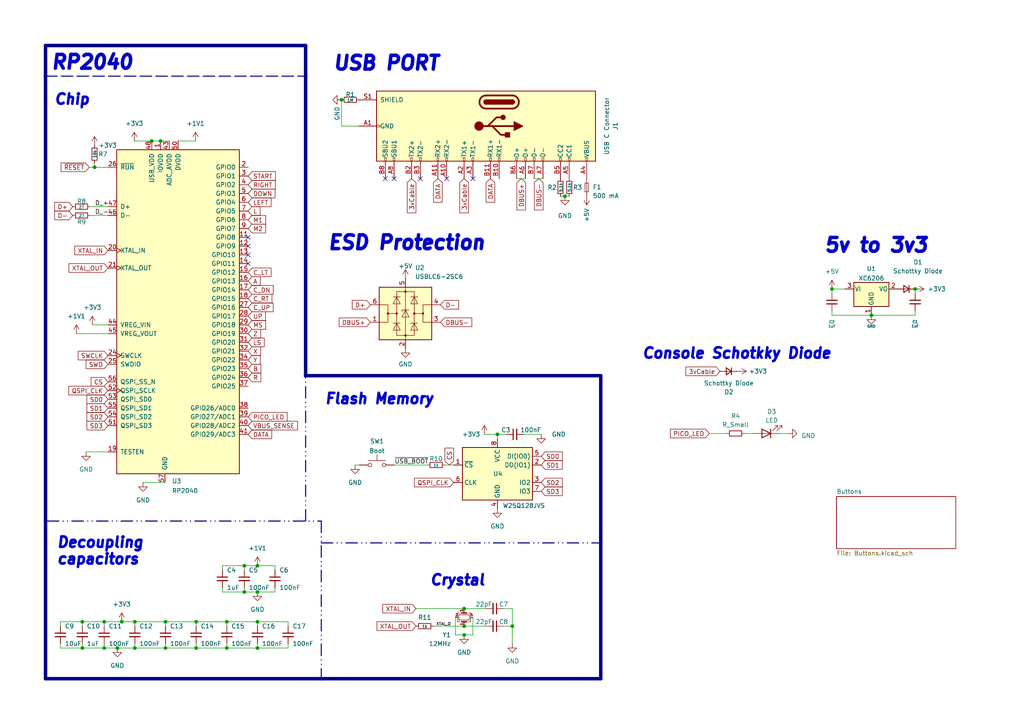
<source format=kicad_sch>
(kicad_sch (version 20230121) (generator eeschema)
  (paper "A4")
  (lib_symbols
    (symbol "Connector:USB_C_Receptacle" (pin_names (offset 1.016))
      (property "Reference" "J" (at -10.16 29.21 0))
      (property "Value" "USB_C_Receptacle" (at 10.16 29.21 0))
      (symbol "USB_C_Receptacle_0_0"
        (rectangle (start -0.254 -35.56) (end 0.254 -34.544))
        (rectangle (start 10.16 -32.766) (end 9.144 -33.274))
        (rectangle (start 10.16 -30.226) (end 9.144 -30.734))
        (rectangle (start 10.16 -25.146) (end 9.144 -25.654))
        (rectangle (start 10.16 -22.606) (end 9.144 -23.114))
        (rectangle (start 10.16 -17.526) (end 9.144 -18.034))
        (rectangle (start 10.16 -14.986) (end 9.144 -15.494))
        (rectangle (start 10.16 -9.906) (end 9.144 -10.414))
        (rectangle (start 10.16 -7.366) (end 9.144 -7.874))
        (rectangle (start 10.16 -2.286) (end 9.144 -2.794))
        (rectangle (start 10.16 0.254) (end 9.144 -0.254))
        (rectangle (start 10.16 5.334) (end 9.144 4.826))
        (rectangle (start 10.16 7.874) (end 9.144 7.366))
        (rectangle (start 10.16 10.414) (end 9.144 9.906))
        (rectangle (start 10.16 12.954) (end 9.144 12.446))
        (rectangle (start 10.16 18.034) (end 9.144 17.526))
        (rectangle (start 10.16 20.574) (end 9.144 20.066))
        (rectangle (start 10.16 25.654) (end 9.144 25.146))
      )
      (symbol "USB_C_Receptacle_0_1"
        (rectangle (start -10.16 27.94) (end 10.16 -35.56) (stroke (width 0.254)) (fill (type background)))
        (arc (start -8.89 -3.81) (mid -6.985 -5.7067) (end -5.08 -3.81) (stroke (width 0.508)))
        (arc (start -7.62 -3.81) (mid -6.985 -4.4423) (end -6.35 -3.81) (stroke (width 0.254)))
        (arc (start -7.62 -3.81) (mid -6.985 -4.4423) (end -6.35 -3.81) (stroke (width 0.254)) (fill (type outline)))
        (rectangle (start -7.62 -3.81) (end -6.35 3.81) (stroke (width 0.254)) (fill (type outline)))
        (arc (start -6.35 3.81) (mid -6.985 4.4423) (end -7.62 3.81) (stroke (width 0.254)))
        (arc (start -6.35 3.81) (mid -6.985 4.4423) (end -7.62 3.81) (stroke (width 0.254)) (fill (type outline)))
        (arc (start -5.08 3.81) (mid -6.985 5.7067) (end -8.89 3.81) (stroke (width 0.508)))
        (polyline (pts (xy -8.89 -3.81) (xy -8.89 3.81)) (stroke (width 0.508)))
        (polyline (pts (xy -5.08 3.81) (xy -5.08 -3.81)) (stroke (width 0.508)))
      )
      (symbol "USB_C_Receptacle_1_1"
        (circle (center -2.54 1.143) (radius 0.635) (stroke (width 0.254)) (fill (type outline)))
        (circle (center 0 -5.842) (radius 1.27) (fill (type outline)))
        (polyline (pts (xy 0 -5.842) (xy 0 4.318)) (stroke (width 0.508)))
        (polyline (pts (xy 0 -3.302) (xy -2.54 -0.762) (xy -2.54 0.508)) (stroke (width 0.508)))
        (polyline (pts (xy 0 -2.032) (xy 2.54 0.508) (xy 2.54 1.778)) (stroke (width 0.508)))
        (polyline (pts (xy -1.27 4.318) (xy 0 6.858) (xy 1.27 4.318) (xy -1.27 4.318)) (stroke (width 0.254)) (fill (type outline)))
        (rectangle (start 1.905 1.778) (end 3.175 3.048) (stroke (width 0.254)) (fill (type outline)))
        (pin passive line (at 0 -40.64 90) (length 5.08) (name "GND") (number "A1"))
        (pin bidirectional line (at 15.24 -15.24 180) (length 5.08) (name "RX2-") (number "A10"))
        (pin bidirectional line (at 15.24 -17.78 180) (length 5.08) (name "RX2+") (number "A11"))
        (pin passive line (at 0 -40.64 90) (length 5.08) hide (name "GND") (number "A12"))
        (pin bidirectional line (at 15.24 -10.16 180) (length 5.08) (name "TX1+") (number "A2"))
        (pin bidirectional line (at 15.24 -7.62 180) (length 5.08) (name "TX1-") (number "A3"))
        (pin passive line (at 15.24 25.4 180) (length 5.08) (name "VBUS") (number "A4"))
        (pin bidirectional line (at 15.24 20.32 180) (length 5.08) (name "CC1") (number "A5"))
        (pin bidirectional line (at 15.24 7.62 180) (length 5.08) (name "D+") (number "A6"))
        (pin bidirectional line (at 15.24 12.7 180) (length 5.08) (name "D-") (number "A7"))
        (pin bidirectional line (at 15.24 -30.48 180) (length 5.08) (name "SBU1") (number "A8"))
        (pin passive line (at 15.24 25.4 180) (length 5.08) hide (name "VBUS") (number "A9"))
        (pin passive line (at 0 -40.64 90) (length 5.08) hide (name "GND") (number "B1"))
        (pin bidirectional line (at 15.24 0 180) (length 5.08) (name "RX1-") (number "B10"))
        (pin bidirectional line (at 15.24 -2.54 180) (length 5.08) (name "RX1+") (number "B11"))
        (pin passive line (at 0 -40.64 90) (length 5.08) hide (name "GND") (number "B12"))
        (pin bidirectional line (at 15.24 -25.4 180) (length 5.08) (name "TX2+") (number "B2"))
        (pin bidirectional line (at 15.24 -22.86 180) (length 5.08) (name "TX2-") (number "B3"))
        (pin passive line (at 15.24 25.4 180) (length 5.08) hide (name "VBUS") (number "B4"))
        (pin bidirectional line (at 15.24 17.78 180) (length 5.08) (name "CC2") (number "B5"))
        (pin bidirectional line (at 15.24 5.08 180) (length 5.08) (name "D+") (number "B6"))
        (pin bidirectional line (at 15.24 10.16 180) (length 5.08) (name "D-") (number "B7"))
        (pin bidirectional line (at 15.24 -33.02 180) (length 5.08) (name "SBU2") (number "B8"))
        (pin passive line (at 15.24 25.4 180) (length 5.08) hide (name "VBUS") (number "B9"))
        (pin passive line (at -7.62 -40.64 90) (length 5.08) (name "SHIELD") (number "S1"))
      )
    )
    (symbol "Device:C_Small" (pin_numbers hide) (pin_names (offset 0.254) hide)
      (property "Reference" "C" (at 0.254 1.778 0))
      (property "Value" "C_Small" (at 0.254 -2.032 0))
      (symbol "C_Small_0_1"
        (polyline (pts (xy -1.524 -0.508) (xy 1.524 -0.508)) (stroke (width 0.3302)))
        (polyline (pts (xy -1.524 0.508) (xy 1.524 0.508)) (stroke (width 0.3048)))
      )
      (symbol "C_Small_1_1"
        (pin passive line (at 0 2.54 270) (length 2.032) (name "~") (number "1"))
        (pin passive line (at 0 -2.54 90) (length 2.032) (name "~") (number "2"))
      )
    )
    (symbol "Device:Crystal_GND24_Small" (pin_names (offset 1.016) hide)
      (property "Reference" "Y" (at 1.27 4.445 0))
      (property "Value" "Crystal_GND24_Small" (at 1.27 2.54 0))
      (symbol "Crystal_GND24_Small_0_1"
        (rectangle (start -0.762 -1.524) (end 0.762 1.524))
        (polyline (pts (xy -1.27 -0.762) (xy -1.27 0.762)) (stroke (width 0.381)))
        (polyline (pts (xy 1.27 -0.762) (xy 1.27 0.762)) (stroke (width 0.381)))
        (polyline (pts (xy -1.27 -1.27) (xy -1.27 -1.905) (xy 1.27 -1.905) (xy 1.27 -1.27)))
        (polyline (pts (xy -1.27 1.27) (xy -1.27 1.905) (xy 1.27 1.905) (xy 1.27 1.27)))
      )
      (symbol "Crystal_GND24_Small_1_1"
        (pin passive line (at -2.54 0 0) (length 1.27) (name "1") (number "1"))
        (pin passive line (at 0 -2.54 90) (length 0.635) (name "2") (number "2"))
        (pin passive line (at 2.54 0 180) (length 1.27) (name "3") (number "3"))
        (pin passive line (at 0 2.54 270) (length 0.635) (name "4") (number "4"))
      )
    )
    (symbol "Device:D_Small" (pin_numbers hide) (pin_names (offset 0.254) hide)
      (property "Reference" "D" (at -1.27 2.032 0))
      (property "Value" "D_Small" (at -3.81 -2.032 0))
      (symbol "D_Small_0_1"
        (polyline (pts (xy -0.762 -1.016) (xy -0.762 1.016)) (stroke (width 0.254)))
        (polyline (pts (xy -0.762 0) (xy 0.762 0)))
        (polyline (pts (xy 0.762 -1.016) (xy -0.762 0) (xy 0.762 1.016) (xy 0.762 -1.016)) (stroke (width 0.254)))
      )
      (symbol "D_Small_1_1"
        (pin passive line (at -2.54 0 0) (length 1.778) (name "K") (number "1"))
        (pin passive line (at 2.54 0 180) (length 1.778) (name "A") (number "2"))
      )
    )
    (symbol "Device:Fuse_Small" (pin_numbers hide) (pin_names (offset 0.254) hide)
      (property "Reference" "F" (at 0 -1.524 0))
      (property "Value" "Fuse_Small" (at 0 1.524 0))
      (symbol "Fuse_Small_0_1"
        (rectangle (start -1.27 0.508) (end 1.27 -0.508))
        (polyline (pts (xy -1.27 0) (xy 1.27 0)))
      )
      (symbol "Fuse_Small_1_1"
        (pin passive line (at -2.54 0 0) (length 1.27) (name "~") (number "1"))
        (pin passive line (at 2.54 0 180) (length 1.27) (name "~") (number "2"))
      )
    )
    (symbol "Device:LED" (pin_numbers hide) (pin_names (offset 1.016) hide)
      (property "Reference" "D" (at 0 2.54 0))
      (property "Value" "LED" (at 0 -2.54 0))
      (symbol "LED_0_1"
        (polyline (pts (xy -1.27 -1.27) (xy -1.27 1.27)) (stroke (width 0.254)))
        (polyline (pts (xy -1.27 0) (xy 1.27 0)))
        (polyline (pts (xy 1.27 -1.27) (xy 1.27 1.27) (xy -1.27 0) (xy 1.27 -1.27)) (stroke (width 0.254)))
        (polyline (pts (xy -3.048 -0.762) (xy -4.572 -2.286) (xy -3.81 -2.286) (xy -4.572 -2.286) (xy -4.572 -1.524)))
        (polyline (pts (xy -1.778 -0.762) (xy -3.302 -2.286) (xy -2.54 -2.286) (xy -3.302 -2.286) (xy -3.302 -1.524)))
      )
      (symbol "LED_1_1"
        (pin passive line (at -3.81 0 0) (length 2.54) (name "K") (number "1"))
        (pin passive line (at 3.81 0 180) (length 2.54) (name "A") (number "2"))
      )
    )
    (symbol "Device:R_Small" (pin_numbers hide) (pin_names (offset 0.254) hide)
      (property "Reference" "R" (at 0.762 0.508 0))
      (property "Value" "R_Small" (at 0.762 -1.016 0))
      (symbol "R_Small_0_1"
        (rectangle (start -0.762 1.778) (end 0.762 -1.778) (stroke (width 0.2032)))
      )
      (symbol "R_Small_1_1"
        (pin passive line (at 0 2.54 270) (length 0.762) (name "~") (number "1"))
        (pin passive line (at 0 -2.54 90) (length 0.762) (name "~") (number "2"))
      )
    )
    (symbol "Memory_Flash:W25Q128JVS"
      (property "Reference" "U" (at -8.89 8.89 0))
      (property "Value" "W25Q128JVS" (at 7.62 8.89 0))
      (symbol "W25Q128JVS_0_1"
        (rectangle (start -10.16 7.62) (end 10.16 -7.62) (stroke (width 0.254)) (fill (type background)))
      )
      (symbol "W25Q128JVS_1_1"
        (pin input line (at -12.7 2.54 0) (length 2.54) (name "~{CS}") (number "1"))
        (pin bidirectional line (at 12.7 2.54 180) (length 2.54) (name "DO(IO1)") (number "2"))
        (pin bidirectional line (at 12.7 -2.54 180) (length 2.54) (name "IO2") (number "3"))
        (pin power_in line (at 0 -10.16 90) (length 2.54) (name "GND") (number "4"))
        (pin bidirectional line (at 12.7 5.08 180) (length 2.54) (name "DI(IO0)") (number "5"))
        (pin input line (at -12.7 -2.54 0) (length 2.54) (name "CLK") (number "6"))
        (pin bidirectional line (at 12.7 -5.08 180) (length 2.54) (name "IO3") (number "7"))
        (pin power_in line (at 0 10.16 270) (length 2.54) (name "VCC") (number "8"))
      )
    )
    (symbol "Power_Protection:USBLC6-2SC6" (pin_names hide)
      (property "Reference" "U" (at 2.54 8.89 0))
      (property "Value" "USBLC6-2SC6" (at 2.54 -8.89 0))
      (symbol "USBLC6-2SC6_0_1"
        (rectangle (start -7.62 -7.62) (end 7.62 7.62) (stroke (width 0.254)) (fill (type background)))
        (circle (center -5.08 0) (radius 0.254) (fill (type outline)))
        (circle (center -2.54 0) (radius 0.254) (fill (type outline)))
        (rectangle (start -2.54 6.35) (end 2.54 -6.35))
        (circle (center 0 -6.35) (radius 0.254) (fill (type outline)))
        (polyline (pts (xy -5.08 -2.54) (xy -7.62 -2.54)))
        (polyline (pts (xy -5.08 0) (xy -5.08 -2.54)))
        (polyline (pts (xy -5.08 2.54) (xy -7.62 2.54)))
        (polyline (pts (xy -1.524 -2.794) (xy -3.556 -2.794)))
        (polyline (pts (xy -1.524 4.826) (xy -3.556 4.826)))
        (polyline (pts (xy 0 -7.62) (xy 0 -6.35)))
        (polyline (pts (xy 0 -6.35) (xy 0 1.27)))
        (polyline (pts (xy 0 1.27) (xy 0 6.35)))
        (polyline (pts (xy 0 6.35) (xy 0 7.62)))
        (polyline (pts (xy 1.524 -2.794) (xy 3.556 -2.794)))
        (polyline (pts (xy 1.524 4.826) (xy 3.556 4.826)))
        (polyline (pts (xy 5.08 -2.54) (xy 7.62 -2.54)))
        (polyline (pts (xy 5.08 0) (xy 5.08 -2.54)))
        (polyline (pts (xy 5.08 2.54) (xy 7.62 2.54)))
        (polyline (pts (xy -2.54 0) (xy -5.08 0) (xy -5.08 2.54)))
        (polyline (pts (xy 2.54 0) (xy 5.08 0) (xy 5.08 2.54)))
        (polyline (pts (xy -3.556 -4.826) (xy -1.524 -4.826) (xy -2.54 -2.794) (xy -3.556 -4.826)))
        (polyline (pts (xy -3.556 2.794) (xy -1.524 2.794) (xy -2.54 4.826) (xy -3.556 2.794)))
        (polyline (pts (xy -1.016 -1.016) (xy 1.016 -1.016) (xy 0 1.016) (xy -1.016 -1.016)))
        (polyline (pts (xy 1.016 1.016) (xy 0.762 1.016) (xy -1.016 1.016) (xy -1.016 0.508)))
        (polyline (pts (xy 3.556 -4.826) (xy 1.524 -4.826) (xy 2.54 -2.794) (xy 3.556 -4.826)))
        (polyline (pts (xy 3.556 2.794) (xy 1.524 2.794) (xy 2.54 4.826) (xy 3.556 2.794)))
        (circle (center 0 6.35) (radius 0.254) (fill (type outline)))
        (circle (center 2.54 0) (radius 0.254) (fill (type outline)))
        (circle (center 5.08 0) (radius 0.254) (fill (type outline)))
      )
      (symbol "USBLC6-2SC6_1_1"
        (pin passive line (at -10.16 -2.54 0) (length 2.54) (name "I/O1") (number "1"))
        (pin passive line (at 0 -10.16 90) (length 2.54) (name "GND") (number "2"))
        (pin passive line (at 10.16 -2.54 180) (length 2.54) (name "I/O2") (number "3"))
        (pin passive line (at 10.16 2.54 180) (length 2.54) (name "I/O2") (number "4"))
        (pin passive line (at 0 10.16 270) (length 2.54) (name "VBUS") (number "5"))
        (pin passive line (at -10.16 2.54 0) (length 2.54) (name "I/O1") (number "6"))
      )
    )
    (symbol "Regulator_Linear:XC6206PxxxMR" (pin_names (offset 0.254))
      (property "Reference" "U" (at -3.81 3.175 0))
      (property "Value" "XC6206PxxxMR" (at 0 3.175 0))
      (symbol "XC6206PxxxMR_0_1"
        (rectangle (start -5.08 1.905) (end 5.08 -5.08) (stroke (width 0.254)) (fill (type background)))
      )
      (symbol "XC6206PxxxMR_1_1"
        (pin power_in line (at 0 -7.62 90) (length 2.54) (name "GND") (number "1"))
        (pin power_out line (at 7.62 0 180) (length 2.54) (name "VO") (number "2"))
        (pin power_in line (at -7.62 0 0) (length 2.54) (name "VI") (number "3"))
      )
    )
    (symbol "Sleep-lib:RP2040" (pin_names (offset 1.016))
      (property "Reference" "U" (at 8.89 51.435 0))
      (property "Value" "RP2040" (at 8.89 48.895 0))
      (symbol "RP2040_0_0"
        (rectangle (start -17.78 -45.72) (end 17.78 48.26) (stroke (width 0.254)) (fill (type background)))
      )
      (symbol "RP2040_1_1"
        (pin power_in line (at -5.08 50.8 270) (length 2.54) (name "IOVDD") (number "1"))
        (pin power_in line (at -5.08 50.8 270) (length 2.54) hide (name "IOVDD") (number "10"))
        (pin input line (at 20.32 22.86 180) (length 2.54) (name "GPIO8") (number "11"))
        (pin input line (at 20.32 20.32 180) (length 2.54) (name "GPIO9") (number "12"))
        (pin input line (at 20.32 17.78 180) (length 2.54) (name "GPIO10") (number "13"))
        (pin input line (at 20.32 15.24 180) (length 2.54) (name "GPIO11") (number "14"))
        (pin input line (at 20.32 12.7 180) (length 2.54) (name "GPIO12") (number "15"))
        (pin input line (at 20.32 10.16 180) (length 2.54) (name "GPIO13") (number "16"))
        (pin input line (at 20.32 7.62 180) (length 2.54) (name "GPIO14") (number "17"))
        (pin input line (at 20.32 5.08 180) (length 2.54) (name "GPIO15") (number "18"))
        (pin input line (at -20.32 -39.37 0) (length 2.54) (name "TESTEN") (number "19"))
        (pin input line (at 20.32 43.18 180) (length 2.54) (name "GPIO0") (number "2"))
        (pin input clock (at -20.32 19.05 0) (length 2.54) (name "XTAL_IN") (number "20"))
        (pin input clock (at -20.32 13.97 0) (length 2.54) (name "XTAL_OUT") (number "21"))
        (pin power_in line (at -5.08 50.8 270) (length 2.54) hide (name "IOVDD") (number "22"))
        (pin power_in line (at 0 50.8 270) (length 2.54) hide (name "DVDD") (number "23"))
        (pin input clock (at -20.32 -11.43 0) (length 2.54) (name "SWCLK") (number "24"))
        (pin bidirectional line (at -20.32 -13.97 0) (length 2.54) (name "SWDIO") (number "25"))
        (pin input line (at -20.32 43.18 0) (length 2.54) (name "~{RUN}") (number "26"))
        (pin input line (at 20.32 2.54 180) (length 2.54) (name "GPIO16") (number "27"))
        (pin input line (at 20.32 0 180) (length 2.54) (name "GPIO17") (number "28"))
        (pin input line (at 20.32 -2.54 180) (length 2.54) (name "GPIO18") (number "29"))
        (pin input line (at 20.32 40.64 180) (length 2.54) (name "GPIO1") (number "3"))
        (pin input line (at 20.32 -5.08 180) (length 2.54) (name "GPIO19") (number "30"))
        (pin input line (at 20.32 -7.62 180) (length 2.54) (name "GPIO20") (number "31"))
        (pin input line (at 20.32 -10.16 180) (length 2.54) (name "GPIO21") (number "32"))
        (pin power_in line (at -5.08 50.8 270) (length 2.54) hide (name "IOVDD") (number "33"))
        (pin input line (at 20.32 -12.7 180) (length 2.54) (name "GPIO22") (number "34"))
        (pin input line (at 20.32 -15.24 180) (length 2.54) (name "GPIO23") (number "35"))
        (pin input line (at 20.32 -17.78 180) (length 2.54) (name "GPIO24") (number "36"))
        (pin input line (at 20.32 -20.32 180) (length 2.54) (name "GPIO25") (number "37"))
        (pin input line (at 20.32 -26.67 180) (length 2.54) (name "GPIO26/ADC0") (number "38"))
        (pin input line (at 20.32 -29.21 180) (length 2.54) (name "GPIO27/ADC1") (number "39"))
        (pin input line (at 20.32 38.1 180) (length 2.54) (name "GPIO2") (number "4"))
        (pin input line (at 20.32 -31.75 180) (length 2.54) (name "GPIO28/ADC2") (number "40"))
        (pin input line (at 20.32 -34.29 180) (length 2.54) (name "GPIO29/ADC3") (number "41"))
        (pin power_in line (at -5.08 50.8 270) (length 2.54) hide (name "IOVDD") (number "42"))
        (pin power_in line (at -2.54 50.8 270) (length 2.54) (name "ADC_AVDD") (number "43"))
        (pin power_in line (at -20.32 -2.54 0) (length 2.54) (name "VREG_VIN") (number "44"))
        (pin power_out line (at -20.32 -5.08 0) (length 2.54) (name "VREG_VOUT") (number "45"))
        (pin bidirectional line (at -20.32 29.21 0) (length 2.54) (name "D-") (number "46"))
        (pin bidirectional line (at -20.32 31.75 0) (length 2.54) (name "D+") (number "47"))
        (pin power_in line (at -7.62 50.8 270) (length 2.54) (name "USB_VDD") (number "48"))
        (pin power_in line (at -5.08 50.8 270) (length 2.54) hide (name "IOVDD") (number "49"))
        (pin input line (at 20.32 35.56 180) (length 2.54) (name "GPIO3") (number "5"))
        (pin power_in line (at 0 50.8 270) (length 2.54) (name "DVDD") (number "50"))
        (pin bidirectional line (at -20.32 -31.75 0) (length 2.54) (name "QSPI_SD3") (number "51"))
        (pin input clock (at -20.32 -21.59 0) (length 2.54) (name "QSPI_SCLK") (number "52"))
        (pin bidirectional line (at -20.32 -24.13 0) (length 2.54) (name "QSPI_SD0") (number "53"))
        (pin bidirectional line (at -20.32 -29.21 0) (length 2.54) (name "QSPI_SD2") (number "54"))
        (pin bidirectional line (at -20.32 -26.67 0) (length 2.54) (name "QSPI_SD1") (number "55"))
        (pin bidirectional line (at -20.32 -19.05 0) (length 2.54) (name "QSPI_SS_N") (number "56"))
        (pin power_in line (at -3.81 -48.26 90) (length 2.54) (name "GND") (number "57"))
        (pin input line (at 20.32 33.02 180) (length 2.54) (name "GPIO4") (number "6"))
        (pin input line (at 20.32 30.48 180) (length 2.54) (name "GPIO5") (number "7"))
        (pin input line (at 20.32 27.94 180) (length 2.54) (name "GPIO6") (number "8"))
        (pin input line (at 20.32 25.4 180) (length 2.54) (name "GPIO7") (number "9"))
      )
    )
    (symbol "Switch:SW_Push" (pin_numbers hide) (pin_names (offset 1.016) hide)
      (property "Reference" "SW" (at 1.27 2.54 0))
      (property "Value" "SW_Push" (at 0 -1.524 0))
      (symbol "SW_Push_0_1"
        (circle (center -2.032 0) (radius 0.508))
        (polyline (pts (xy 0 1.27) (xy 0 3.048)))
        (polyline (pts (xy 2.54 1.27) (xy -2.54 1.27)))
        (circle (center 2.032 0) (radius 0.508))
        (pin passive line (at -5.08 0 0) (length 2.54) (name "1") (number "1"))
        (pin passive line (at 5.08 0 180) (length 2.54) (name "2") (number "2"))
      )
    )
    (symbol "power:+1V1" (power) (pin_names (offset 0))
      (property "Value" "+1V1" (at 0 3.556 0))
      (symbol "+1V1_0_1"
        (polyline (pts (xy -0.762 1.27) (xy 0 2.54)))
        (polyline (pts (xy 0 0) (xy 0 2.54)))
        (polyline (pts (xy 0 2.54) (xy 0.762 1.27)))
      )
      (symbol "+1V1_1_1"
        (pin power_in line (at 0 0 90) (length 0) hide (name "+1V1") (number "1"))
      )
    )
    (symbol "power:+3.3V" (power) (pin_names (offset 0))
      (property "Value" "+3.3V" (at 0 3.556 0))
      (symbol "+3.3V_0_1"
        (polyline (pts (xy -0.762 1.27) (xy 0 2.54)))
        (polyline (pts (xy 0 0) (xy 0 2.54)))
        (polyline (pts (xy 0 2.54) (xy 0.762 1.27)))
      )
      (symbol "+3.3V_1_1"
        (pin power_in line (at 0 0 90) (length 0) hide (name "+3V3") (number "1"))
      )
    )
    (symbol "power:+3V3" (power) (pin_names (offset 0))
      (property "Value" "+3V3" (at 0 3.556 0))
      (symbol "+3V3_0_1"
        (polyline (pts (xy -0.762 1.27) (xy 0 2.54)))
        (polyline (pts (xy 0 0) (xy 0 2.54)))
        (polyline (pts (xy 0 2.54) (xy 0.762 1.27)))
      )
      (symbol "+3V3_1_1"
        (pin power_in line (at 0 0 90) (length 0) hide (name "+3V3") (number "1"))
      )
    )
    (symbol "power:+5V" (power) (pin_names (offset 0))
      (property "Value" "+5V" (at 0 3.556 0))
      (symbol "+5V_0_1"
        (polyline (pts (xy -0.762 1.27) (xy 0 2.54)))
        (polyline (pts (xy 0 0) (xy 0 2.54)))
        (polyline (pts (xy 0 2.54) (xy 0.762 1.27)))
      )
      (symbol "+5V_1_1"
        (pin power_in line (at 0 0 90) (length 0) hide (name "+5V") (number "1"))
      )
    )
    (symbol "power:GND" (power) (pin_names (offset 0))
      (property "Value" "GND" (at 0 -3.81 0))
      (symbol "GND_0_1"
        (polyline (pts (xy 0 0) (xy 0 -1.27) (xy 1.27 -1.27) (xy 0 -2.54) (xy -1.27 -1.27) (xy 0 -1.27)))
      )
      (symbol "GND_1_1"
        (pin power_in line (at 0 0 270) (length 0) hide (name "GND") (number "1"))
      )
    )
  )
  (junction (at 23.876 187.96))
  (junction (at 56.896 180.34))
  (junction (at 56.896 187.96))
  (junction (at 88.646 22.098))
  (junction (at 23.876 180.34))
  (junction (at 74.676 180.34))
  (junction (at 252.73 91.44) (diameter 0.9144))
  (junction (at 74.676 164.084))
  (junction (at 93.1852 196.85))
  (junction (at 74.676 187.96))
  (junction (at 39.116 180.34))
  (junction (at 70.866 171.704))
  (junction (at 34.036 187.96))
  (junction (at 48.006 187.96))
  (junction (at 241.3 83.82) (diameter 0.9144))
  (junction (at 35.306 180.34))
  (junction (at 174.244 157.4631))
  (junction (at 44.0248 40.894))
  (junction (at 265.43 83.82))
  (junction (at 30.226 180.34))
  (junction (at 74.676 171.704))
  (junction (at 148.59 181.61))
  (junction (at 65.786 187.96))
  (junction (at 46.5648 40.894))
  (junction (at 134.62 184.15))
  (junction (at 13.208 22.098))
  (junction (at 70.866 164.084))
  (junction (at 134.62 181.61))
  (junction (at 88.646 108.966))
  (junction (at 163.8554 56.896))
  (junction (at 39.116 187.96))
  (junction (at 144.272 125.984))
  (junction (at 48.006 180.34))
  (junction (at 134.62 176.53))
  (junction (at 27.432 48.514))
  (junction (at 99.06 28.956))
  (junction (at 30.226 187.96))
  (junction (at 65.786 180.34))
  (no_connect (at 71.9648 68.834))
  (no_connect (at 71.9648 71.374))
  (no_connect (at 71.9648 73.914))
  (no_connect (at 71.9648 76.454))
  (no_connect (at 137.16 51.816))
  (no_connect (at 129.54 51.816))
  (no_connect (at 121.92 51.816))
  (no_connect (at 114.3 51.816))
  (no_connect (at 111.76 51.816))
  (wire (pts (xy 65.786 186.69) (xy 65.786 187.96)))
  (bus (pts (xy 174.244 196.85) (xy 174.244 157.4631)) (stroke (width 1)))
  (wire (pts (xy 70.866 164.084) (xy 64.516 164.084)))
  (wire (pts (xy 83.566 180.34) (xy 83.566 181.61)))
  (wire (pts (xy 24.9748 131.064) (xy 31.3248 131.064)))
  (wire (pts (xy 39.116 180.34) (xy 39.116 181.61)))
  (wire (pts (xy 31.3248 96.774) (xy 22.1554 96.774)))
  (bus (pts (xy 13.208 22.098) (xy 13.208 196.85)) (stroke (width 1)))
  (wire (pts (xy 30.226 180.34) (xy 30.226 181.61)))
  (wire (pts (xy 23.876 186.69) (xy 23.876 187.96)))
  (bus (pts (xy 93.1852 151.13) (xy 93.1852 196.85)) (stroke (width 0) (type dash_dot_dot)))
  (wire (pts (xy 51.6448 40.894) (xy 56.7248 40.894)))
  (wire (pts (xy 74.676 180.34) (xy 83.566 180.34)))
  (bus (pts (xy 93.1852 196.85) (xy 174.244 196.85)) (stroke (width 1)))
  (wire (pts (xy 65.786 187.96) (xy 74.676 187.96)))
  (wire (pts (xy 132.08 179.07) (xy 132.08 184.15)))
  (wire (pts (xy 23.876 187.96) (xy 30.226 187.96)))
  (wire (pts (xy 252.73 91.44) (xy 265.43 91.44)))
  (wire (pts (xy 148.59 176.53) (xy 148.59 181.61)))
  (wire (pts (xy 25.8891 48.514) (xy 27.432 48.514)))
  (wire (pts (xy 265.43 85.0646) (xy 265.43 83.82)))
  (wire (pts (xy 26.194 59.944) (xy 31.3248 59.944)))
  (wire (pts (xy 151.892 125.984) (xy 156.972 125.984)))
  (wire (pts (xy 83.566 187.96) (xy 83.566 186.69)))
  (bus (pts (xy 88.646 22.098) (xy 88.646 108.966)) (stroke (width 1)))
  (wire (pts (xy 17.526 186.69) (xy 17.526 187.96)))
  (bus (pts (xy 88.646 151.13) (xy 88.646 108.966)) (stroke (width 0) (type dash_dot_dot)))
  (wire (pts (xy 17.526 181.61) (xy 17.526 180.34)))
  (wire (pts (xy 46.5648 40.894) (xy 49.1048 40.894)))
  (wire (pts (xy 74.676 164.084) (xy 79.756 164.084)))
  (wire (pts (xy 132.08 184.15) (xy 134.62 184.15)))
  (wire (pts (xy 137.16 184.15) (xy 134.62 184.15)))
  (bus (pts (xy 13.208 22.098) (xy 88.646 22.098)) (stroke (width 0) (type dash)))
  (wire (pts (xy 48.006 180.34) (xy 56.896 180.34)))
  (wire (pts (xy 70.866 170.434) (xy 70.866 171.704)))
  (wire (pts (xy 39.116 187.96) (xy 39.116 186.69)))
  (wire (pts (xy 64.516 171.704) (xy 70.866 171.704)))
  (wire (pts (xy 74.676 164.084) (xy 70.866 164.084)))
  (wire (pts (xy 64.516 170.434) (xy 64.516 171.704)))
  (wire (pts (xy 56.896 180.34) (xy 65.786 180.34)))
  (wire (pts (xy 30.226 186.69) (xy 30.226 187.96)))
  (wire (pts (xy 65.786 180.34) (xy 74.676 180.34)))
  (wire (pts (xy 41.4848 139.954) (xy 47.8348 139.954)))
  (wire (pts (xy 205.74 125.73) (xy 210.82 125.73)))
  (wire (pts (xy 99.06 36.576) (xy 99.06 28.956)))
  (wire (pts (xy 140.97 181.61) (xy 134.62 181.61)))
  (wire (pts (xy 102.997 134.874) (xy 104.267 134.874)))
  (wire (pts (xy 17.526 180.34) (xy 23.876 180.34)))
  (wire (pts (xy 70.866 164.084) (xy 70.866 165.354)))
  (wire (pts (xy 241.3 90.17) (xy 241.3 91.44)))
  (wire (pts (xy 30.226 180.34) (xy 35.306 180.34)))
  (wire (pts (xy 39.116 180.34) (xy 48.006 180.34)))
  (bus (pts (xy 13.208 196.85) (xy 93.1852 196.85)) (stroke (width 1)))
  (bus (pts (xy 13.716 151.13) (xy 93.1852 151.13)) (stroke (width 0) (type dash_dot_dot)))
  (bus (pts (xy 88.646 13.208) (xy 88.646 22.098)) (stroke (width 1)))
  (wire (pts (xy 144.272 125.984) (xy 144.272 127.254)))
  (wire (pts (xy 104.14 36.576) (xy 99.06 36.576)))
  (wire (pts (xy 17.526 187.96) (xy 23.876 187.96)))
  (wire (pts (xy 26.7782 94.234) (xy 31.3248 94.234)))
  (wire (pts (xy 30.226 187.96) (xy 34.036 187.96)))
  (wire (pts (xy 241.3 83.82) (xy 241.3 85.09)))
  (wire (pts (xy 152.4 51.816) (xy 149.86 51.816)))
  (bus (pts (xy 13.208 13.208) (xy 13.208 22.098)) (stroke (width 1)))
  (wire (pts (xy 74.676 187.96) (xy 83.566 187.96)))
  (wire (pts (xy 39.116 187.96) (xy 48.006 187.96)))
  (wire (pts (xy 70.866 171.704) (xy 74.676 171.704)))
  (wire (pts (xy 265.43 90.1446) (xy 265.43 91.44)))
  (wire (pts (xy 56.896 187.96) (xy 65.786 187.96)))
  (wire (pts (xy 148.59 181.61) (xy 148.59 186.69)))
  (wire (pts (xy 252.73 91.44) (xy 241.3 91.44)))
  (bus (pts (xy 174.244 157.4631) (xy 174.244 157.48)))
  (wire (pts (xy 120.65 176.53) (xy 134.62 176.53)))
  (wire (pts (xy 35.306 180.34) (xy 39.116 180.34)))
  (wire (pts (xy 27.432 47.244) (xy 27.432 48.514)))
  (wire (pts (xy 64.516 164.084) (xy 64.516 165.354)))
  (wire (pts (xy 163.8554 56.896) (xy 165.1 56.896)))
  (wire (pts (xy 56.896 186.69) (xy 56.896 187.96)))
  (wire (pts (xy 129.032 134.874) (xy 131.572 134.874)))
  (wire (pts (xy 157.48 51.816) (xy 154.94 51.816)))
  (wire (pts (xy 56.896 180.34) (xy 56.896 181.61)))
  (wire (pts (xy 137.16 179.07) (xy 137.16 184.15)))
  (wire (pts (xy 74.676 180.34) (xy 74.676 181.61)))
  (wire (pts (xy 140.97 176.53) (xy 134.62 176.53)))
  (wire (pts (xy 79.756 171.704) (xy 79.756 170.434)))
  (wire (pts (xy 48.006 187.96) (xy 56.896 187.96)))
  (bus (pts (xy 174.244 157.4631) (xy 174.244 108.966)) (stroke (width 1)))
  (bus (pts (xy 93.1852 157.4631) (xy 174.244 157.4631)) (stroke (width 0) (type dash_dot_dot)))
  (wire (pts (xy 144.272 125.984) (xy 146.812 125.984)))
  (wire (pts (xy 23.876 180.34) (xy 23.876 181.61)))
  (wire (pts (xy 48.006 180.34) (xy 48.006 181.61)))
  (wire (pts (xy 27.432 48.514) (xy 31.3248 48.514)))
  (wire (pts (xy 241.3 83.82) (xy 245.11 83.82)))
  (bus (pts (xy 13.208 13.208) (xy 88.646 13.208)) (stroke (width 1)))
  (wire (pts (xy 38.9448 40.894) (xy 44.0248 40.894)))
  (wire (pts (xy 65.786 180.34) (xy 65.786 181.61)))
  (wire (pts (xy 30.226 180.34) (xy 23.876 180.34)))
  (wire (pts (xy 44.0248 40.894) (xy 46.5648 40.894)))
  (wire (pts (xy 226.06 125.73) (xy 228.6 125.73)))
  (wire (pts (xy 146.05 176.53) (xy 148.59 176.53)))
  (wire (pts (xy 140.462 125.984) (xy 144.272 125.984)))
  (wire (pts (xy 79.756 164.084) (xy 79.756 165.354)))
  (wire (pts (xy 148.59 181.61) (xy 146.05 181.61)))
  (wire (pts (xy 34.036 187.96) (xy 39.116 187.96)))
  (wire (pts (xy 215.9 125.73) (xy 218.44 125.73)))
  (wire (pts (xy 74.676 187.96) (xy 74.676 186.69)))
  (wire (pts (xy 162.56 56.896) (xy 163.8554 56.896)))
  (bus (pts (xy 88.646 108.966) (xy 174.244 108.966)) (stroke (width 1)))
  (wire (pts (xy 74.676 171.704) (xy 79.756 171.704)))
  (wire (pts (xy 134.62 181.61) (xy 125.73 181.61)))
  (wire (pts (xy 26.194 62.484) (xy 31.3248 62.484)))
  (wire (pts (xy 114.427 134.874) (xy 123.952 134.874)))
  (wire (pts (xy 48.006 187.96) (xy 48.006 186.69)))
  (text "Decoupling\ncapacitors" (at 16.256 164.084 0) (effects (font (size 3 3) (thickness 2) bold italic) (justify left bottom)))
  (text "Console Schotkky Diode" (at 186.0042 104.394 0) (effects (font (size 3 3) (thickness 2) bold italic) (justify left bottom)))
  (text "Flash Memory" (at 93.98 117.602 0) (effects (font (size 3 3) (thickness 2) bold italic) (justify left bottom)))
  (text "Chip" (at 15.494 30.734 0) (effects (font (size 3 3) (thickness 2) bold italic) (justify left bottom)))
  (text "5v to 3v3" (at 238.76 73.66 0) (effects (font (size 4 4) (thickness 2) bold italic) (justify left bottom)))
  (text "RP2040" (at 14.478 20.574 0) (effects (font (size 4 4) (thickness 2) bold italic) (justify left bottom)))
  (text "USB PORT" (at 96.266 20.828 0) (effects (font (size 4 4) (thickness 2) bold italic) (justify left bottom)))
  (text "Crystal" (at 124.46 170.18 0) (effects (font (size 3 3) (thickness 2) bold italic) (justify left bottom)))
  (text "ESD Protection" (at 94.742 72.898 0) (effects (font (size 4 4) (thickness 2) bold italic) (justify left bottom)))
  (label "D_-" (at 27.5148 62.484 0))
  (label "~{USB_BOOT}" (at 114.427 134.874 0))
  (label "D_+" (at 27.5148 59.944 0))
  (label "XTAL_O" (at 130.81 181.61 180) (effects (font (size 0.8 0.8))))
  (global_label "START" (shape input) (at 71.9648 51.054 0) (property "Intersheetrefs" "${INTERSHEET_REFS}" (effects hide)))
  (global_label "SD0" (shape input) (at 156.972 132.334 0) (property "Intersheetrefs" "${INTERSHEET_REFS}" (effects hide)))
  (global_label "SD2" (shape input) (at 156.972 139.954 0) (property "Intersheetrefs" "${INTERSHEET_REFS}" (effects hide)))
  (global_label "SD2" (shape input) (at 31.3248 120.904 180) (property "Intersheetrefs" "${INTERSHEET_REFS}" (effects hide)))
  (global_label "DBUS+" (shape input) (at 107.442 93.472 180) (property "Intersheetrefs" "${INTERSHEET_REFS}" (effects hide)))
  (global_label "SWD" (shape input) (at 31.3248 105.664 180) (property "Intersheetrefs" "${INTERSHEET_REFS}" (effects hide)))
  (global_label "3vCable" (shape input) (at 134.62 51.816 270) (property "Intersheetrefs" "${INTERSHEET_REFS}" (effects hide)))
  (global_label "SWCLK" (shape input) (at 31.3248 103.124 180) (property "Intersheetrefs" "${INTERSHEET_REFS}" (effects hide)))
  (global_label "RIGHT" (shape input) (at 71.9648 53.594 0) (property "Intersheetrefs" "${INTERSHEET_REFS}" (effects hide)))
  (global_label "D+" (shape input) (at 21.114 59.944 180) (property "Intersheetrefs" "${INTERSHEET_REFS}" (effects hide)))
  (global_label "3vCable" (shape input) (at 119.38 51.816 270) (property "Intersheetrefs" "${INTERSHEET_REFS}" (effects hide)))
  (global_label "DATA" (shape input) (at 142.24 51.816 270) (property "Intersheetrefs" "${INTERSHEET_REFS}" (effects hide)))
  (global_label "M2" (shape input) (at 71.9648 66.294 0) (property "Intersheetrefs" "${INTERSHEET_REFS}" (effects hide)))
  (global_label "DBUS-" (shape input) (at 127.762 93.472 0) (property "Intersheetrefs" "${INTERSHEET_REFS}" (effects hide)))
  (global_label "D-" (shape input) (at 127.762 88.392 0) (property "Intersheetrefs" "${INTERSHEET_REFS}" (effects hide)))
  (global_label "L" (shape input) (at 71.9648 61.214 0) (property "Intersheetrefs" "${INTERSHEET_REFS}" (effects hide)))
  (global_label "SD3" (shape input) (at 156.972 142.494 0) (property "Intersheetrefs" "${INTERSHEET_REFS}" (effects hide)))
  (global_label "QSPI_CLK" (shape input) (at 131.572 139.954 180) (property "Intersheetrefs" "${INTERSHEET_REFS}" (effects hide)))
  (global_label "Y" (shape input) (at 71.9648 104.394 0) (property "Intersheetrefs" "${INTERSHEET_REFS}" (effects hide)))
  (global_label "CS" (shape input) (at 130.302 134.874 90) (property "Intersheetrefs" "${INTERSHEET_REFS}" (effects hide)))
  (global_label "DATA" (shape input) (at 127 51.816 270) (property "Intersheetrefs" "${INTERSHEET_REFS}" (effects hide)))
  (global_label "PICO_LED" (shape input) (at 205.74 125.73 180) (property "Intersheetrefs" "${INTERSHEET_REFS}" (effects hide)))
  (global_label "SD3" (shape input) (at 31.3248 123.444 180) (property "Intersheetrefs" "${INTERSHEET_REFS}" (effects hide)))
  (global_label "QSPI_CLK" (shape input) (at 31.3248 113.284 180) (property "Intersheetrefs" "${INTERSHEET_REFS}" (effects hide)))
  (global_label "DBUS+" (shape input) (at 151.1808 51.816 270) (property "Intersheetrefs" "${INTERSHEET_REFS}" (effects hide)))
  (global_label "PICO_LED" (shape input) (at 71.9648 120.904 0) (property "Intersheetrefs" "${INTERSHEET_REFS}" (effects hide)))
  (global_label "C_DN" (shape input) (at 71.9648 84.074 0) (property "Intersheetrefs" "${INTERSHEET_REFS}" (effects hide)))
  (global_label "R" (shape input) (at 71.9648 109.474 0) (property "Intersheetrefs" "${INTERSHEET_REFS}" (effects hide)))
  (global_label "Z" (shape input) (at 71.9648 96.774 0) (property "Intersheetrefs" "${INTERSHEET_REFS}" (effects hide)))
  (global_label "~{RESET}" (shape input) (at 25.8891 48.514 180) (property "Intersheetrefs" "${INTERSHEET_REFS}" (effects hide)))
  (global_label "XTAL_OUT" (shape input) (at 31.3248 77.724 180) (property "Intersheetrefs" "${INTERSHEET_REFS}" (effects hide)))
  (global_label "SD1" (shape input) (at 31.3248 118.364 180) (property "Intersheetrefs" "${INTERSHEET_REFS}" (effects hide)))
  (global_label "X" (shape input) (at 71.9648 101.854 0) (property "Intersheetrefs" "${INTERSHEET_REFS}" (effects hide)))
  (global_label "A" (shape input) (at 71.9648 81.534 0) (property "Intersheetrefs" "${INTERSHEET_REFS}" (effects hide)))
  (global_label "XTAL_OUT" (shape input) (at 120.65 181.61 180) (property "Intersheetrefs" "${INTERSHEET_REFS}" (effects hide)))
  (global_label "CS" (shape input) (at 31.3248 110.744 180) (property "Intersheetrefs" "${INTERSHEET_REFS}" (effects hide)))
  (global_label "LS" (shape input) (at 71.9648 99.314 0) (property "Intersheetrefs" "${INTERSHEET_REFS}" (effects hide)))
  (global_label "SD0" (shape input) (at 31.3248 115.824 180) (property "Intersheetrefs" "${INTERSHEET_REFS}" (effects hide)))
  (global_label "SD1" (shape input) (at 156.972 134.874 0) (property "Intersheetrefs" "${INTERSHEET_REFS}" (effects hide)))
  (global_label "DOWN" (shape input) (at 71.9648 56.134 0) (property "Intersheetrefs" "${INTERSHEET_REFS}" (effects hide)))
  (global_label "LEFT" (shape input) (at 71.9648 58.674 0) (property "Intersheetrefs" "${INTERSHEET_REFS}" (effects hide)))
  (global_label "DBUS-" (shape input) (at 156.2608 51.816 270) (property "Intersheetrefs" "${INTERSHEET_REFS}" (effects hide)))
  (global_label "UP" (shape input) (at 71.9648 91.694 0) (property "Intersheetrefs" "${INTERSHEET_REFS}" (effects hide)))
  (global_label "C_LT" (shape input) (at 71.9648 78.994 0) (property "Intersheetrefs" "${INTERSHEET_REFS}" (effects hide)))
  (global_label "XTAL_IN" (shape input) (at 120.65 176.53 180) (property "Intersheetrefs" "${INTERSHEET_REFS}" (effects hide)))
  (global_label "D+" (shape input) (at 107.442 88.392 180) (property "Intersheetrefs" "${INTERSHEET_REFS}" (effects hide)))
  (global_label "DATA" (shape input) (at 71.9648 125.984 0) (property "Intersheetrefs" "${INTERSHEET_REFS}" (effects hide)))
  (global_label "C_RT" (shape input) (at 71.9648 86.614 0) (property "Intersheetrefs" "${INTERSHEET_REFS}" (effects hide)))
  (global_label "MS" (shape input) (at 71.9648 94.234 0) (property "Intersheetrefs" "${INTERSHEET_REFS}" (effects hide)))
  (global_label "3vCable" (shape input) (at 208.8642 107.696 180) (property "Intersheetrefs" "${INTERSHEET_REFS}" (effects hide)))
  (global_label "M1" (shape input) (at 71.9648 63.754 0) (property "Intersheetrefs" "${INTERSHEET_REFS}" (effects hide)))
  (global_label "D-" (shape input) (at 21.114 62.484 180) (property "Intersheetrefs" "${INTERSHEET_REFS}" (effects hide)))
  (global_label "C_UP" (shape input) (at 71.9648 89.154 0) (property "Intersheetrefs" "${INTERSHEET_REFS}" (effects hide)))
  (global_label "XTAL_IN" (shape input) (at 31.3248 72.644 180) (property "Intersheetrefs" "${INTERSHEET_REFS}" (effects hide)))
  (global_label "B" (shape input) (at 71.9648 106.934 0) (property "Intersheetrefs" "${INTERSHEET_REFS}" (effects hide)))
  (global_label "VBUS_SENSE" (shape input) (at 71.9648 123.444 0) (property "Intersheetrefs" "${INTERSHEET_REFS}" (effects hide)))
  (symbol (lib_id "power:+3V3") (at 26.7782 94.234 0) (unit 1)
    (property "Reference" "#PWR016" (effects hide))
    (property "Value" "+3V3" (at 26.7782 89.154 0))
  )
  (symbol (lib_id "Device:R_Small") (at 27.432 44.704 0) (unit 1)
    (property "Reference" "R7" (at 28.4989 44.704 0) (effects (justify left)))
    (property "Value" "10k" (at 27.5083 45.8216 90) (effects (font (size 0.8 0.8)) (justify left)))
    (property "Footprint" "Resistor_SMD:R_0402_1005Metric" (effects hide))
    (property "LCSC" "C25744" (effects hide))
  )
  (symbol (lib_id "power:GND") (at 228.6 125.73 90) (unit 1)
    (property "Reference" "#PWR034" (effects hide))
    (property "Value" "GND" (at 232.41 126.365 90) (effects (justify right)))
  )
  (symbol (lib_id "Device:C_Small") (at 143.51 181.61 270) (mirror x) (unit 1)
    (property "Reference" "C8" (at 146.05 180.34 90))
    (property "Value" "22pF" (at 140.335 180.34 90))
    (property "Footprint" "Capacitor_SMD:C_0402_1005Metric" (effects hide))
    (property "LCSC" "C1555" (effects hide))
  )
  (symbol (lib_id "Device:C_Small") (at 64.516 167.894 0) (unit 1)
    (property "Reference" "C4" (at 65.786 165.3539 0) (effects (justify left)))
    (property "Value" "1uF" (at 65.786 170.4339 0) (effects (justify left)))
    (property "Footprint" "Capacitor_SMD:C_0402_1005Metric" (effects hide))
    (property "LCSC" "C52923" (effects hide))
  )
  (symbol (lib_id "Device:D_Small") (at 262.89 83.82 180) (unit 1)
    (property "Reference" "D1" (at 266.2428 76.073 0))
    (property "Value" "Schottky Diode" (at 266.2428 78.613 0))
    (property "Footprint" "qw-footprints:CUSTOM D_SOD-123" (effects hide))
    (property "LCSC" "C130880" (effects hide))
  )
  (symbol (lib_id "Device:C_Small") (at 241.3 87.63 180) (unit 1)
    (property "Reference" "C2" (at 241.3 93.345 0) (effects (font (size 0.762 0.762))))
    (property "Value" "1uF" (at 241.3 94.615 0) (effects (font (size 0.762 0.762))))
    (property "Footprint" "Capacitor_SMD:C_0402_1005Metric" (effects hide))
    (property "LCSC" "C52923" (effects hide))
  )
  (symbol (lib_id "Device:R_Small") (at 162.56 54.356 180) (unit 1)
    (property "Reference" "R2" (at 161.4931 54.356 0) (effects (justify left)))
    (property "Value" "5.1k" (at 162.6616 53.0352 90) (effects (font (size 0.8 0.8)) (justify left)))
    (property "Footprint" "Resistor_SMD:R_0402_1005Metric" (effects hide))
    (property "LCSC" "C25744" (effects hide))
  )
  (symbol (lib_id "Device:C_Small") (at 149.352 125.984 90) (unit 1)
    (property "Reference" "C3" (at 148.0819 124.714 90) (effects (justify left)))
    (property "Value" "100nF" (at 156.9719 124.714 90) (effects (justify left)))
    (property "Footprint" "Capacitor_SMD:C_0402_1005Metric" (effects hide))
    (property "LCSC" "C1525" (effects hide))
  )
  (symbol (lib_id "Device:C_Small") (at 23.876 184.15 0) (unit 1)
    (property "Reference" "C10" (at 25.146 181.6099 0) (effects (justify left)))
    (property "Value" "1uF" (at 25.146 186.6899 0) (effects (justify left)))
    (property "Footprint" "Capacitor_SMD:C_0402_1005Metric" (effects hide))
    (property "LCSC" "C52923" (effects hide))
  )
  (symbol (lib_id "Device:R_Small") (at 101.6 28.956 90) (unit 1)
    (property "Reference" "R1" (at 101.6 27.4066 90))
    (property "Value" "1M" (at 101.6 29.0576 90) (effects (font (size 0.8 0.8))))
    (property "Footprint" "Resistor_SMD:R_0603_1608Metric" (effects hide))
    (property "LCSC" "C25190" (effects hide))
  )
  (symbol (lib_id "Device:R_Small") (at 23.654 62.484 90) (unit 1)
    (property "Reference" "R9" (at 23.654 64.3636 90))
    (property "Value" "27" (at 23.654 62.5856 90) (effects (font (size 0.8 0.8))))
    (property "Footprint" "Resistor_SMD:R_0603_1608Metric" (effects hide))
    (property "LCSC" "C25190" (effects hide))
  )
  (symbol (lib_id "Device:R_Small") (at 213.36 125.73 90) (unit 1)
    (property "Reference" "R4" (at 213.36 120.65 90))
    (property "Value" "R_Small" (at 213.36 123.19 90))
  )
  (symbol (lib_id "Device:C_Small") (at 48.006 184.15 0) (unit 1)
    (property "Reference" "C13" (at 49.276 181.6099 0) (effects (justify left)))
    (property "Value" "100nF" (at 49.276 186.6899 0) (effects (justify left)))
    (property "Footprint" "Capacitor_SMD:C_0402_1005Metric" (effects hide))
    (property "LCSC" "C1525" (effects hide))
  )
  (symbol (lib_id "Device:Fuse_Small") (at 170.18 54.356 270) (unit 1)
    (property "Reference" "F1" (at 171.9072 54.2544 90) (effects (justify left)))
    (property "Value" "500 mA" (at 171.9072 56.7944 90) (effects (justify left)))
    (property "Footprint" "Fuse:Fuse_1206_3216Metric" (effects hide))
  )
  (symbol (lib_id "Device:R_Small") (at 23.654 59.944 90) (unit 1)
    (property "Reference" "R8" (at 23.654 58.3946 90))
    (property "Value" "27" (at 23.654 60.0456 90) (effects (font (size 0.8 0.8))))
    (property "Footprint" "Resistor_SMD:R_0603_1608Metric" (effects hide))
    (property "LCSC" "C25190" (effects hide))
  )
  (symbol (lib_id "Power_Protection:USBLC6-2SC6") (at 117.602 90.932 0) (unit 1)
    (property "Reference" "U2" (at 120.3707 77.6732 0) (effects (justify left)))
    (property "Value" "USBLC6-2SC6" (at 120.3707 80.2132 0) (effects (justify left)))
    (property "Footprint" "Package_TO_SOT_SMD:SOT-23-6" (effects hide))
    (property "Datasheet" "https://www.st.com/resource/en/datasheet/usblc6-2.pdf" (effects hide))
  )
  (symbol (lib_id "power:GND") (at 117.602 101.092 0) (unit 1)
    (property "Reference" "#PWR08" (effects hide))
    (property "Value" "GND" (at 117.602 105.6545 0))
  )
  (symbol (lib_id "power:+1V1") (at 74.676 164.084 0) (unit 1)
    (property "Reference" "#PWR024" (effects hide))
    (property "Value" "+1V1" (at 74.676 159.004 0))
  )
  (symbol (lib_id "Device:R_Small") (at 123.19 181.61 270) (mirror x) (unit 1)
    (property "Reference" "R11" (at 123.19 179.07 90))
    (property "Value" "1k" (at 123.19 181.7049 90) (effects (font (size 0.8 0.8))))
    (property "Footprint" "Resistor_SMD:R_0402_1005Metric" (effects hide))
    (property "LCSC" "C11702" (effects hide))
  )
  (symbol (lib_id "Memory_Flash:W25Q128JVS") (at 144.272 137.414 0) (unit 1)
    (property "Reference" "U4" (at 143.002 137.414 0) (effects (justify left)))
    (property "Value" "W25Q128JVS" (at 145.7918 146.6562 0) (effects (justify left)))
    (property "Footprint" "Package_SO:SOIC-8_5.23x5.23mm_P1.27mm" (effects hide))
    (property "Datasheet" "http://www.winbond.com/resource-files/w25q128jv_dtr%20revc%2003272018%20plus.pdf" (effects hide))
    (property "LCSC" "C97521" (effects hide))
  )
  (symbol (lib_id "power:+3.3V") (at 265.43 83.82 270) (unit 1)
    (property "Reference" "#PWR06" (effects hide))
    (property "Value" "+3.3V" (at 269.0622 83.8199 90) (effects (justify left)))
  )
  (symbol (lib_id "Device:C_Small") (at 17.526 184.15 0) (unit 1)
    (property "Reference" "C9" (at 18.796 181.6099 0) (effects (justify left)))
    (property "Value" "10uF" (at 18.796 186.6899 0) (effects (justify left)))
    (property "Footprint" "Capacitor_SMD:C_0402_1005Metric" (effects hide))
    (property "LCSC" "C15525" (effects hide))
  )
  (symbol (lib_id "Device:C_Small") (at 79.756 167.894 0) (unit 1)
    (property "Reference" "C6" (at 81.026 165.3539 0) (effects (justify left)))
    (property "Value" "100nF" (at 81.026 170.4339 0) (effects (justify left)))
    (property "Footprint" "Capacitor_SMD:C_0402_1005Metric" (effects hide))
    (property "LCSC" "C1525" (effects hide))
  )
  (symbol (lib_id "power:+3V3") (at 35.306 180.34 0) (unit 1)
    (property "Reference" "#PWR027" (effects hide))
    (property "Value" "+3V3" (at 35.306 175.26 0))
  )
  (symbol (lib_id "Sleep-lib:RP2040") (at 51.6448 91.694 0) (unit 1)
    (property "Reference" "U3" (at 49.8542 139.5635 0) (effects (justify left)))
    (property "Value" "RP2040" (at 49.8542 142.3386 0) (effects (justify left)))
    (property "Footprint" "qw-footprints:RP2040-QFN-56" (effects hide))
    (property "Datasheet" "https://datasheets.raspberrypi.com/rp2040/rp2040-datasheet.pdf" (effects hide))
    (property "LCSC" "C2040" (effects hide))
  )
  (symbol (lib_id "power:+5V") (at 241.3 83.82 0) (unit 1)
    (property "Reference" "#PWR05" (effects hide))
    (property "Value" "+5V" (at 241.3 78.74 0))
  )
  (symbol (lib_id "power:+5V") (at 170.18 56.896 180) (unit 1)
    (property "Reference" "#PWR03" (effects hide))
    (property "Value" "+5V" (at 170.1801 60.3504 90) (effects (justify left)))
  )
  (symbol (lib_id "Device:R_Small") (at 165.1 54.356 0) (unit 1)
    (property "Reference" "R3" (at 166.1669 54.356 0) (effects (justify left)))
    (property "Value" "5.1k" (at 165.2016 55.6768 90) (effects (font (size 0.8 0.8)) (justify left)))
    (property "Footprint" "Resistor_SMD:R_0402_1005Metric" (effects hide))
    (property "LCSC" "C25744" (effects hide))
  )
  (symbol (lib_id "power:+3V3") (at 27.432 42.164 0) (unit 1)
    (property "Reference" "#PWR015" (effects hide))
    (property "Value" "+3V3" (at 31.242 42.164 0))
  )
  (symbol (lib_id "Device:D_Small") (at 211.4042 107.696 180) (unit 1)
    (property "Reference" "D2" (at 211.4042 113.6904 0))
    (property "Value" "Schottky Diode" (at 211.4042 111.1504 0))
    (property "Footprint" "qw-footprints:CUSTOM D_SOD-123" (effects hide))
    (property "LCSC" "C130880" (effects hide))
  )
  (symbol (lib_id "power:+1V1") (at 56.7248 40.894 0) (unit 1)
    (property "Reference" "#PWR014" (effects hide))
    (property "Value" "+1V1" (at 56.7248 35.814 0))
  )
  (symbol (lib_id "power:+3V3") (at 213.9442 107.696 270) (unit 1)
    (property "Reference" "#PWR09" (effects hide))
    (property "Value" "+3V3" (at 222.4786 107.696 90) (effects (justify right)))
  )
  (symbol (lib_id "Connector:USB_C_Receptacle") (at 144.78 36.576 270) (unit 1)
    (property "Reference" "J1" (at 178.5112 36.576 0))
    (property "Value" "USB C Connector" (at 175.9712 36.576 0))
    (property "Footprint" "qw-footprints:TYPE-C_24P_QCHT" (effects hide))
    (property "Datasheet" "https://www.usb.org/sites/default/files/documents/usb_type-c.zip" (effects hide))
    (property "LCSC" "C456013" (effects hide))
  )
  (symbol (lib_id "Device:C_Small") (at 65.786 184.15 0) (unit 1)
    (property "Reference" "C15" (at 67.056 181.6099 0) (effects (justify left)))
    (property "Value" "100nF" (at 67.056 186.6899 0) (effects (justify left)))
    (property "Footprint" "Capacitor_SMD:C_0402_1005Metric" (effects hide))
    (property "LCSC" "C1525" (effects hide))
  )
  (symbol (lib_id "Device:C_Small") (at 30.226 184.15 0) (unit 1)
    (property "Reference" "C11" (at 31.496 181.6099 0) (effects (justify left)))
    (property "Value" "100nF" (at 31.496 186.6899 0) (effects (justify left)))
    (property "Footprint" "Capacitor_SMD:C_0402_1005Metric" (effects hide))
    (property "LCSC" "C1525" (effects hide))
  )
  (symbol (lib_id "power:GND") (at 24.9748 131.064 0) (unit 1)
    (property "Reference" "#PWR020" (effects hide))
    (property "Value" "GND" (at 24.9748 136.144 0))
  )
  (symbol (lib_id "power:GND") (at 99.06 28.956 270) (unit 1)
    (property "Reference" "#PWR01" (effects hide))
    (property "Value" "GND" (at 97.7901 30.8864 0) (effects (justify left)))
  )
  (symbol (lib_id "power:GND") (at 144.272 147.574 0) (unit 1)
    (property "Reference" "#PWR023" (effects hide))
    (property "Value" "GND" (at 144.272 152.654 0))
  )
  (symbol (lib_id "Regulator_Linear:XC6206PxxxMR") (at 252.73 83.82 0) (unit 1)
    (property "Reference" "U1" (at 252.73 77.9485 0))
    (property "Value" "XC6206" (at 252.73 80.7236 0))
    (property "Footprint" "Package_TO_SOT_SMD:SOT-23" (effects hide))
    (property "Datasheet" "https://www.torexsemi.com/file/xc6206/XC6206.pdf" (effects hide))
    (property "LCSC" "C5446" (effects hide))
  )
  (symbol (lib_id "power:+3V3") (at 140.462 125.984 0) (unit 1)
    (property "Reference" "#PWR018" (effects hide))
    (property "Value" "+3V3" (at 136.652 125.984 0))
  )
  (symbol (lib_id "Device:R_Small") (at 126.492 134.874 90) (unit 1)
    (property "Reference" "R10" (at 126.4878 133.082 90))
    (property "Value" "1k" (at 126.4892 134.9549 90) (effects (font (size 0.8 0.8))))
    (property "Footprint" "Resistor_SMD:R_0402_1005Metric" (effects hide))
    (property "LCSC" "C11702" (effects hide))
  )
  (symbol (lib_id "power:GND") (at 34.036 187.96 0) (unit 1)
    (property "Reference" "#PWR030" (effects hide))
    (property "Value" "GND" (at 34.036 193.04 0))
  )
  (symbol (lib_id "power:GND") (at 252.73 91.44 0) (unit 1)
    (property "Reference" "#PWR07" (effects hide))
    (property "Value" "GND" (at 252.73 94.615 0) (effects (font (size 0.762 0.762))))
  )
  (symbol (lib_id "Device:C_Small") (at 70.866 167.894 0) (unit 1)
    (property "Reference" "C5" (at 72.136 165.3539 0) (effects (justify left)))
    (property "Value" "100nF" (at 72.136 170.4339 0) (effects (justify left)))
    (property "Footprint" "Capacitor_SMD:C_0402_1005Metric" (effects hide))
    (property "LCSC" "C1525" (effects hide))
  )
  (symbol (lib_id "Device:C_Small") (at 265.43 87.6046 180) (unit 1)
    (property "Reference" "C1" (at 265.43 93.3196 0) (effects (font (size 0.762 0.762))))
    (property "Value" "1uF" (at 265.43 94.5896 0) (effects (font (size 0.762 0.762))))
    (property "Footprint" "Capacitor_SMD:C_0402_1005Metric" (effects hide))
    (property "LCSC" "C52923" (effects hide))
  )
  (symbol (lib_id "power:GND") (at 156.972 125.984 0) (unit 1)
    (property "Reference" "#PWR019" (effects hide))
    (property "Value" "GND" (at 162.052 125.984 0))
  )
  (symbol (lib_id "power:GND") (at 163.8554 56.896 0) (unit 1)
    (property "Reference" "#PWR02" (effects hide))
    (property "Value" "GND" (at 163.8554 62.5856 0))
  )
  (symbol (lib_id "Device:C_Small") (at 143.51 176.53 270) (mirror x) (unit 1)
    (property "Reference" "C7" (at 146.05 175.26 90))
    (property "Value" "22pF" (at 140.335 175.26 90))
    (property "Footprint" "Capacitor_SMD:C_0402_1005Metric" (effects hide))
    (property "LCSC" "C1555" (effects hide))
  )
  (symbol (lib_id "power:+3V3") (at 38.9448 40.894 0) (unit 1)
    (property "Reference" "#PWR013" (effects hide))
    (property "Value" "+3V3" (at 38.9448 35.814 0))
  )
  (symbol (lib_id "Device:Crystal_GND24_Small") (at 134.62 179.07 270) (mirror x) (unit 1)
    (property "Reference" "Y1" (at 130.81 184.15 90) (effects (justify right)))
    (property "Value" "12MHz" (at 130.81 186.69 90) (effects (justify right)))
    (property "Footprint" "Crystal:Crystal_SMD_3225-4Pin_3.2x2.5mm" (effects hide))
    (property "LCSC" "C9002" (effects hide))
  )
  (symbol (lib_id "power:GND") (at 102.997 134.874 0) (unit 1)
    (property "Reference" "#PWR021" (effects hide))
    (property "Value" "GND" (at 102.997 139.954 0))
  )
  (symbol (lib_id "Device:LED") (at 222.25 125.73 180) (unit 1)
    (property "Reference" "D3" (at 223.8375 119.38 0))
    (property "Value" "LED" (at 223.8375 121.92 0))
  )
  (symbol (lib_id "Device:C_Small") (at 39.116 184.15 0) (unit 1)
    (property "Reference" "C12" (at 40.386 181.6099 0) (effects (justify left)))
    (property "Value" "100nF" (at 40.386 186.6899 0) (effects (justify left)))
    (property "Footprint" "Capacitor_SMD:C_0402_1005Metric" (effects hide))
    (property "LCSC" "C1525" (effects hide))
  )
  (symbol (lib_id "power:GND") (at 134.62 184.15 0) (mirror y) (unit 1)
    (property "Reference" "#PWR028" (effects hide))
    (property "Value" "GND" (at 134.62 189.23 0))
  )
  (symbol (lib_id "Switch:SW_Push") (at 109.347 134.874 0) (unit 1) (in_bom no)
    (property "Reference" "SW1" (at 109.347 127.9865 0))
    (property "Value" "Boot" (at 109.347 130.7616 0))
    (property "Footprint" "Button_Switch_SMD:SW_SPST_SKQG_WithStem" (effects hide))
    (property "LCSC" "C5156480" (effects hide))
  )
  (symbol (lib_id "power:GND") (at 74.676 171.704 0) (unit 1)
    (property "Reference" "#PWR026" (effects hide))
    (property "Value" "GND" (at 74.676 176.784 0))
  )
  (symbol (lib_id "Device:C_Small") (at 74.676 184.15 0) (unit 1)
    (property "Reference" "C16" (at 75.946 181.6099 0) (effects (justify left)))
    (property "Value" "100nF" (at 75.946 186.6899 0) (effects (justify left)))
    (property "Footprint" "Capacitor_SMD:C_0402_1005Metric" (effects hide))
    (property "LCSC" "C1525" (effects hide))
  )
  (symbol (lib_id "Device:C_Small") (at 83.566 184.15 0) (unit 1)
    (property "Reference" "C17" (at 84.836 181.6099 0) (effects (justify left)))
    (property "Value" "100nF" (at 84.836 186.6899 0) (effects (justify left)))
    (property "Footprint" "Capacitor_SMD:C_0402_1005Metric" (effects hide))
    (property "LCSC" "C1525" (effects hide))
  )
  (symbol (lib_id "power:GND") (at 41.4848 139.954 0) (unit 1)
    (property "Reference" "#PWR022" (effects hide))
    (property "Value" "GND" (at 41.4848 145.034 0))
  )
  (symbol (lib_id "power:+1V1") (at 22.1554 96.774 0) (unit 1)
    (property "Reference" "#PWR017" (effects hide))
    (property "Value" "+1V1" (at 22.1554 91.694 0))
  )
  (symbol (lib_id "Device:C_Small") (at 56.896 184.15 0) (unit 1)
    (property "Reference" "C14" (at 58.166 181.6099 0) (effects (justify left)))
    (property "Value" "100nF" (at 58.166 186.6899 0) (effects (justify left)))
    (property "Footprint" "Capacitor_SMD:C_0402_1005Metric" (effects hide))
    (property "LCSC" "C1525" (effects hide))
  )
  (symbol (lib_id "power:GND") (at 148.59 186.69 0) (mirror y) (unit 1)
    (property "Reference" "#PWR031" (effects hide))
    (property "Value" "GND" (at 148.59 191.77 0))
  )
  (symbol (lib_id "power:+5V") (at 117.602 80.772 0) (unit 1)
    (property "Reference" "#PWR04" (effects hide))
    (property "Value" "+5V" (at 117.602 77.1675 0))
  )
  (sheet (at 242.6208 144.018) (size 34.5948 15.113) (stroke (width 0.1524))
    (property "Sheetname" "Buttons" (at 242.6208 143.3064 0) (effects (justify left bottom)))
    (property "Sheetfile" "Buttons.kicad_sch" (at 242.6208 159.7156 0) (effects (justify left top)))
  )
)
</source>
